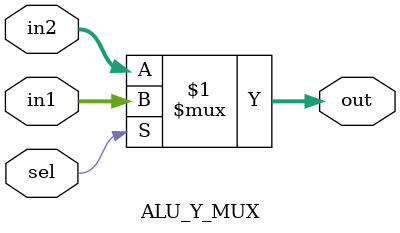
<source format=v>
`timescale 1ns / 1ps
module ALU_Y_MUX(in1,in2,out,sel );
	input [15:0] in1,in2;
	output [15:0] out;
	input sel;
	assign out= sel ? in1: in2;

endmodule

</source>
